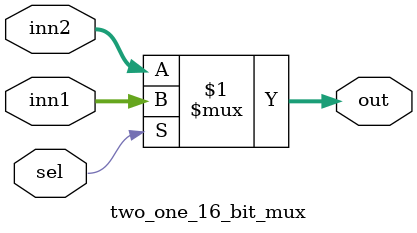
<source format=v>
`timescale 1ns / 1ps


module two_one_16_bit_mux(inn1,inn2,sel,out);
    input[15:0] inn1,inn2;
    input sel;
    output[15:0] out;
    
    assign out=sel?inn1:inn2;
    
endmodule

</source>
